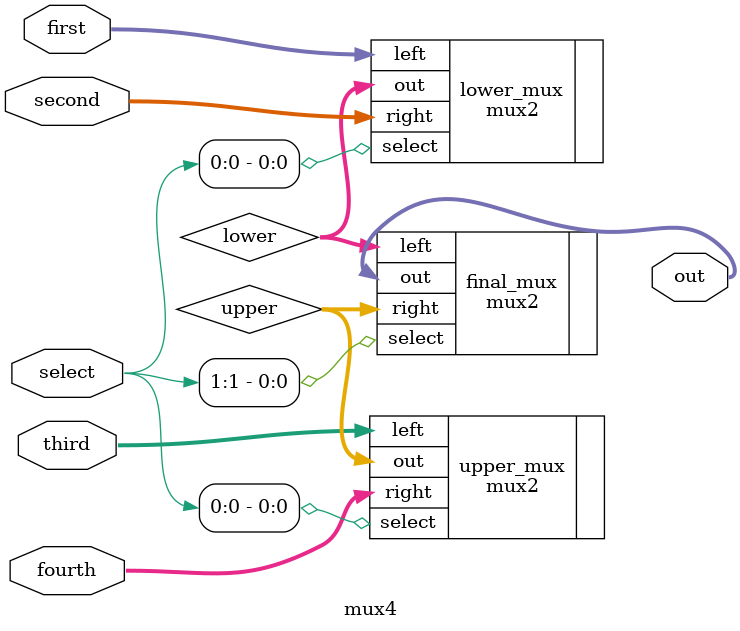
<source format=sv>
/**
 * A four-input multiplexer.
 */
module mux4 #(width=32)
			 (input logic [width-1:0] first, second, third, fourth,
			  input logic [1:0] select,
			  output logic [width-1:0] out);

	logic [width-1:0] lower, upper;

	mux2 lower_mux(
		.left(first),
		.right(second),
		.select(select[0]),
		.out(lower));
	mux2 upper_mux(
		.left(third),
		.right(fourth),
		.select(select[0]),
		.out(upper));

	mux2 final_mux(
		.left(lower),
		.right(upper),
		.select(select[1]),
		.out(out));
endmodule

</source>
